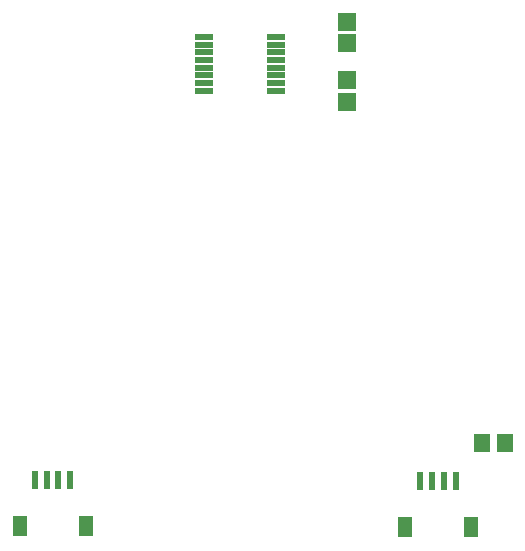
<source format=gtp>
G04*
G04 #@! TF.GenerationSoftware,Altium Limited,Altium Designer,22.0.2 (36)*
G04*
G04 Layer_Color=8421504*
%FSLAX23Y23*%
%MOIN*%
G70*
G04*
G04 #@! TF.SameCoordinates,FFE58276-D16A-40DC-94CB-801E61EA4FAC*
G04*
G04*
G04 #@! TF.FilePolarity,Positive*
G04*
G01*
G75*
%ADD17R,0.024X0.061*%
%ADD18R,0.047X0.071*%
G04:AMPARAMS|DCode=19|XSize=18mil|YSize=63mil|CornerRadius=2mil|HoleSize=0mil|Usage=FLASHONLY|Rotation=90.000|XOffset=0mil|YOffset=0mil|HoleType=Round|Shape=RoundedRectangle|*
%AMROUNDEDRECTD19*
21,1,0.018,0.059,0,0,90.0*
21,1,0.014,0.063,0,0,90.0*
1,1,0.004,0.030,0.007*
1,1,0.004,0.030,-0.007*
1,1,0.004,-0.030,-0.007*
1,1,0.004,-0.030,0.007*
%
%ADD19ROUNDEDRECTD19*%
%ADD20R,0.055X0.061*%
%ADD21R,0.061X0.059*%
%ADD22R,0.061X0.061*%
D17*
X944Y823D02*
D03*
X904D02*
D03*
X865D02*
D03*
X826D02*
D03*
X2229Y818D02*
D03*
X2190D02*
D03*
X2151D02*
D03*
X2111D02*
D03*
D18*
X775Y670D02*
D03*
X995D02*
D03*
X2060Y665D02*
D03*
X2280D02*
D03*
D19*
X1390Y2300D02*
D03*
Y2274D02*
D03*
Y2248D02*
D03*
Y2223D02*
D03*
Y2197D02*
D03*
Y2172D02*
D03*
Y2146D02*
D03*
Y2120D02*
D03*
X1630Y2300D02*
D03*
Y2274D02*
D03*
Y2248D02*
D03*
Y2223D02*
D03*
Y2197D02*
D03*
Y2172D02*
D03*
Y2146D02*
D03*
Y2120D02*
D03*
D20*
X2318Y945D02*
D03*
X2392D02*
D03*
D21*
X1865Y2350D02*
D03*
Y2280D02*
D03*
D22*
Y2156D02*
D03*
Y2084D02*
D03*
M02*

</source>
